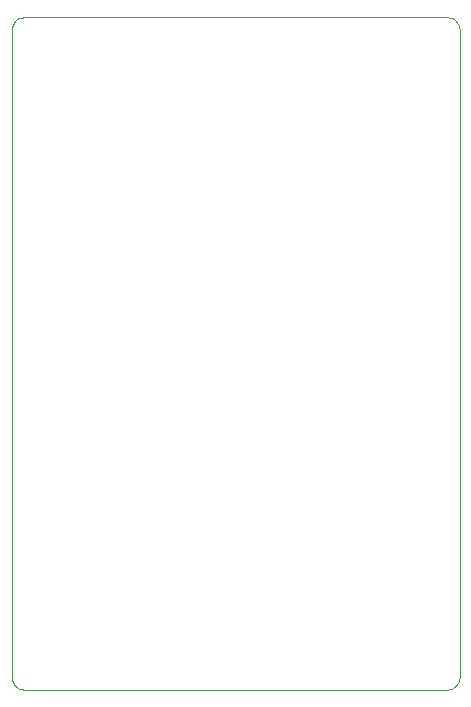
<source format=gbr>
%TF.GenerationSoftware,KiCad,Pcbnew,4.0.7-e2-6376~58~ubuntu16.04.1*%
%TF.CreationDate,2018-10-07T23:02:28+08:00*%
%TF.ProjectId,DVDBreakOut,445644427265616B4F75742E6B696361,rev?*%
%TF.FileFunction,Profile,NP*%
%FSLAX46Y46*%
G04 Gerber Fmt 4.6, Leading zero omitted, Abs format (unit mm)*
G04 Created by KiCad (PCBNEW 4.0.7-e2-6376~58~ubuntu16.04.1) date Sun Oct  7 23:02:28 2018*
%MOMM*%
%LPD*%
G01*
G04 APERTURE LIST*
%ADD10C,0.100000*%
G04 APERTURE END LIST*
D10*
X81161290Y-46398320D02*
X81375549Y-46376820D01*
X80961970Y-46459920D02*
X81161290Y-46398320D01*
X80781789Y-46557520D02*
X80961970Y-46459920D01*
X80624948Y-46686820D02*
X80781789Y-46557520D01*
X80495649Y-46843660D02*
X80624948Y-46686820D01*
X80398089Y-47023840D02*
X80495649Y-46843660D01*
X80336479Y-47223160D02*
X80398089Y-47023840D01*
X80315009Y-47437420D02*
X80336479Y-47223160D01*
X80315009Y-54286410D02*
X80315009Y-47437420D01*
X80315009Y-61135410D02*
X80315009Y-54286410D01*
X80315009Y-67984400D02*
X80315009Y-61135410D01*
X80315009Y-74833390D02*
X80315009Y-67984400D01*
X80315009Y-81682380D02*
X80315009Y-74833390D01*
X80315009Y-88531380D02*
X80315009Y-81682380D01*
X80315009Y-95380370D02*
X80315009Y-88531380D01*
X80315009Y-102229360D02*
X80315009Y-95380370D01*
X80336479Y-102443620D02*
X80315009Y-102229360D01*
X80398089Y-102642940D02*
X80336479Y-102443620D01*
X80495649Y-102823120D02*
X80398089Y-102642940D01*
X80624948Y-102979960D02*
X80495649Y-102823120D01*
X80781789Y-103109260D02*
X80624948Y-102979960D01*
X80961970Y-103206860D02*
X80781789Y-103109260D01*
X81161290Y-103268460D02*
X80961970Y-103206860D01*
X81375549Y-103289960D02*
X81161290Y-103268460D01*
X85849542Y-103289960D02*
X81375549Y-103289960D01*
X90323535Y-103289960D02*
X85849542Y-103289960D01*
X94797528Y-103289960D02*
X90323535Y-103289960D01*
X99271520Y-103289960D02*
X94797528Y-103289960D01*
X103745513Y-103289960D02*
X99271520Y-103289960D01*
X108219506Y-103289960D02*
X103745513Y-103289960D01*
X112693499Y-103289960D02*
X108219506Y-103289960D01*
X117167492Y-103289960D02*
X112693499Y-103289960D01*
X117381751Y-103268460D02*
X117167492Y-103289960D01*
X117581071Y-103206860D02*
X117381751Y-103268460D01*
X117761252Y-103109260D02*
X117581071Y-103206860D01*
X117918092Y-102979960D02*
X117761252Y-103109260D01*
X118047392Y-102823120D02*
X117918092Y-102979960D01*
X118144952Y-102642940D02*
X118047392Y-102823120D01*
X118206572Y-102443620D02*
X118144952Y-102642940D01*
X118228042Y-102229360D02*
X118206572Y-102443620D01*
X118228042Y-95380370D02*
X118228042Y-102229360D01*
X118228042Y-88531380D02*
X118228042Y-95380370D01*
X118228042Y-81682380D02*
X118228042Y-88531380D01*
X118228042Y-74833390D02*
X118228042Y-81682380D01*
X118228042Y-67984400D02*
X118228042Y-74833390D01*
X118228042Y-61135410D02*
X118228042Y-67984400D01*
X118228042Y-54286410D02*
X118228042Y-61135410D01*
X118228042Y-47437420D02*
X118228042Y-54286410D01*
X118206572Y-47223160D02*
X118228042Y-47437420D01*
X118144952Y-47023840D02*
X118206572Y-47223160D01*
X118047392Y-46843660D02*
X118144952Y-47023840D01*
X117918092Y-46686820D02*
X118047392Y-46843660D01*
X117761252Y-46557520D02*
X117918092Y-46686820D01*
X117581071Y-46459920D02*
X117761252Y-46557520D01*
X117381751Y-46398320D02*
X117581071Y-46459920D01*
X117167492Y-46376820D02*
X117381751Y-46398320D01*
X112693499Y-46376820D02*
X117167492Y-46376820D01*
X108219506Y-46376820D02*
X112693499Y-46376820D01*
X103745513Y-46376820D02*
X108219506Y-46376820D01*
X99271520Y-46376820D02*
X103745513Y-46376820D01*
X94797528Y-46376820D02*
X99271520Y-46376820D01*
X90323535Y-46376820D02*
X94797528Y-46376820D01*
X85849542Y-46376820D02*
X90323535Y-46376820D01*
X81375549Y-46376820D02*
X85849542Y-46376820D01*
M02*

</source>
